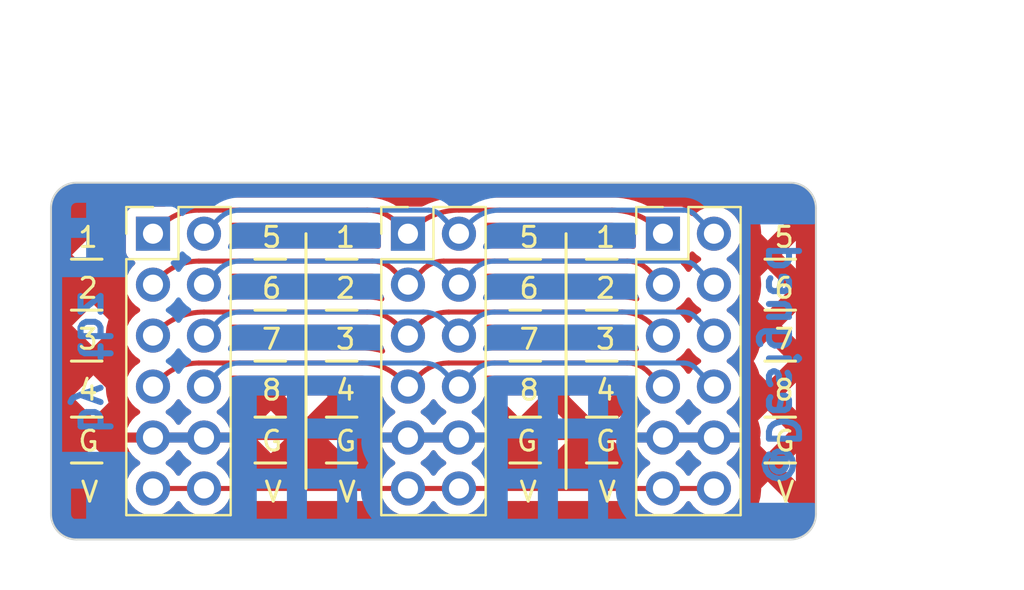
<source format=kicad_pcb>
(kicad_pcb (version 20221018) (generator pcbnew)
  (layers (0 "F.Cu" signal) (31 "B.Cu" signal) (34 "B.Paste" user) (35 "F.Paste" user) (36 "B.SilkS" user "B.Silkscreen") (37 "F.SilkS" user "F.Silkscreen") (38 "B.Mask" user) (39 "F.Mask" user) (44 "Edge.Cuts" user))
  (net 0 "")
  (net 1 "/gpio_debug/IO1")
  (net 2 "/gpio_debug/IO2")
  (net 3 "/gpio_debug/IO3")
  (net 4 "/gpio_debug/IO4")
  (net 5 "/gpio_debug/GND")
  (net 6 "/gpio_debug/VCC")
  (net 7 "/gpio_debug/IO5")
  (net 8 "/gpio_debug/IO6")
  (net 9 "/gpio_debug/IO7")
  (net 10 "/gpio_debug/IO8")
  (footprint "my_connector:PMOD-HOST" (layer "F.Cu") (at 115.57 67.31)
    (fp_text reference "J1" hide)
    (fp_text value "Conn_02x06_Top_Bottom" hide)
    (fp_line (start -2.6 -7.68) (end -2.6 -6.35) (stroke (width 0.12)) (layer "F.SilkS"))
    (fp_line (start -2.6 -5.08) (end -2.6 7.68) (stroke (width 0.12)) (layer "F.SilkS"))
    (fp_line (start -1.27 -7.68) (end -2.6 -7.68) (stroke (width 0.12)) (layer "F.SilkS"))
    (fp_line (start 0 -7.68) (end 0 -5.08) (stroke (width 0.12)) (layer "F.SilkS"))
    (fp_line (start 0 -5.08) (end -2.6 -5.08) (stroke (width 0.12)) (layer "F.SilkS"))
    (fp_line (start 2.6 -7.68) (end 0 -7.68) (stroke (width 0.12)) (layer "F.SilkS"))
    (fp_line (start 2.6 -7.68) (end 2.6 7.68) (stroke (width 0.12)) (layer "F.SilkS"))
    (fp_line (start 2.6 7.68) (end -2.6 7.68) (stroke (width 0.12)) (layer "F.SilkS"))
    (pad "1" thru_hole rect (at -1.27 -6.35) (size 1.7 1.7) (drill 1) (layers "*.Cu" "*.Mask") (net 1 "/gpio_debug/IO1"))
    (pad "2" thru_hole oval (at -1.27 -3.81) (size 1.7 1.7) (drill 1) (layers "*.Cu" "*.Mask") (net 2 "/gpio_debug/IO2"))
    (pad "3" thru_hole oval (at -1.27 -1.27) (size 1.7 1.7) (drill 1) (layers "*.Cu" "*.Mask") (net 3 "/gpio_debug/IO3"))
    (pad "4" thru_hole oval (at -1.27 1.27) (size 1.7 1.7) (drill 1) (layers "*.Cu" "*.Mask") (net 4 "/gpio_debug/IO4"))
    (pad "5" thru_hole oval (at -1.27 3.81) (size 1.7 1.7) (drill 1) (layers "*.Cu" "*.Mask") (net 5 "/gpio_debug/GND"))
    (pad "6" thru_hole oval (at -1.27 6.35) (size 1.7 1.7) (drill 1) (layers "*.Cu" "*.Mask") (net 6 "/gpio_debug/VCC"))
    (pad "7" thru_hole oval (at 1.27 -6.35) (size 1.7 1.7) (drill 1) (layers "*.Cu" "*.Mask") (net 7 "/gpio_debug/IO5"))
    (pad "8" thru_hole oval (at 1.27 -3.81) (size 1.7 1.7) (drill 1) (layers "*.Cu" "*.Mask") (net 8 "/gpio_debug/IO6"))
    (pad "9" thru_hole oval (at 1.27 -1.27 180) (size 1.7 1.7) (drill 1) (layers "*.Cu" "*.Mask") (net 9 "/gpio_debug/IO7"))
    (pad "10" thru_hole oval (at 1.27 1.27) (size 1.7 1.7) (drill 1) (layers "*.Cu" "*.Mask") (net 10 "/gpio_debug/IO8"))
    (pad "11" thru_hole oval (at 1.27 3.81) (size 1.7 1.7) (drill 1) (layers "*.Cu" "*.Mask") (net 5 "/gpio_debug/GND"))
    (pad "12" thru_hole oval (at 1.27 6.35) (size 1.7 1.7) (drill 1) (layers "*.Cu" "*.Mask") (net 6 "/gpio_debug/VCC"))
  )
  (footprint "my_connector:PMOD-HOST" (layer "F.Cu") (at 90.17 67.31)
    (fp_text reference "J3" hide)
    (fp_text value "Conn_02x06_Top_Bottom" hide)
    (fp_line (start -2.6 -7.68) (end -2.6 -6.35) (stroke (width 0.12)) (layer "F.SilkS"))
    (fp_line (start -2.6 -5.08) (end -2.6 7.68) (stroke (width 0.12)) (layer "F.SilkS"))
    (fp_line (start -1.27 -7.68) (end -2.6 -7.68) (stroke (width 0.12)) (layer "F.SilkS"))
    (fp_line (start 0 -7.68) (end 0 -5.08) (stroke (width 0.12)) (layer "F.SilkS"))
    (fp_line (start 0 -5.08) (end -2.6 -5.08) (stroke (width 0.12)) (layer "F.SilkS"))
    (fp_line (start 2.6 -7.68) (end 0 -7.68) (stroke (width 0.12)) (layer "F.SilkS"))
    (fp_line (start 2.6 -7.68) (end 2.6 7.68) (stroke (width 0.12)) (layer "F.SilkS"))
    (fp_line (start 2.6 7.68) (end -2.6 7.68) (stroke (width 0.12)) (layer "F.SilkS"))
    (pad "1" thru_hole rect (at -1.27 -6.35) (size 1.7 1.7) (drill 1) (layers "*.Cu" "*.Mask") (net 1 "/gpio_debug/IO1"))
    (pad "2" thru_hole oval (at -1.27 -3.81) (size 1.7 1.7) (drill 1) (layers "*.Cu" "*.Mask") (net 2 "/gpio_debug/IO2"))
    (pad "3" thru_hole oval (at -1.27 -1.27) (size 1.7 1.7) (drill 1) (layers "*.Cu" "*.Mask") (net 3 "/gpio_debug/IO3"))
    (pad "4" thru_hole oval (at -1.27 1.27) (size 1.7 1.7) (drill 1) (layers "*.Cu" "*.Mask") (net 4 "/gpio_debug/IO4"))
    (pad "5" thru_hole oval (at -1.27 3.81) (size 1.7 1.7) (drill 1) (layers "*.Cu" "*.Mask") (net 5 "/gpio_debug/GND"))
    (pad "6" thru_hole oval (at -1.27 6.35) (size 1.7 1.7) (drill 1) (layers "*.Cu" "*.Mask") (net 6 "/gpio_debug/VCC"))
    (pad "7" thru_hole oval (at 1.27 -6.35) (size 1.7 1.7) (drill 1) (layers "*.Cu" "*.Mask") (net 7 "/gpio_debug/IO5"))
    (pad "8" thru_hole oval (at 1.27 -3.81) (size 1.7 1.7) (drill 1) (layers "*.Cu" "*.Mask") (net 8 "/gpio_debug/IO6"))
    (pad "9" thru_hole oval (at 1.27 -1.27 180) (size 1.7 1.7) (drill 1) (layers "*.Cu" "*.Mask") (net 9 "/gpio_debug/IO7"))
    (pad "10" thru_hole oval (at 1.27 1.27) (size 1.7 1.7) (drill 1) (layers "*.Cu" "*.Mask") (net 10 "/gpio_debug/IO8"))
    (pad "11" thru_hole oval (at 1.27 3.81) (size 1.7 1.7) (drill 1) (layers "*.Cu" "*.Mask") (net 5 "/gpio_debug/GND"))
    (pad "12" thru_hole oval (at 1.27 6.35) (size 1.7 1.7) (drill 1) (layers "*.Cu" "*.Mask") (net 6 "/gpio_debug/VCC"))
  )
  (footprint "my_connector:PMOD-HOST" (layer "F.Cu") (at 102.87 67.31)
    (fp_text reference "J2" hide)
    (fp_text value "Conn_02x06_Top_Bottom" hide)
    (fp_line (start -2.6 -7.68) (end -2.6 -6.35) (stroke (width 0.12)) (layer "F.SilkS"))
    (fp_line (start -2.6 -5.08) (end -2.6 7.68) (stroke (width 0.12)) (layer "F.SilkS"))
    (fp_line (start -1.27 -7.68) (end -2.6 -7.68) (stroke (width 0.12)) (layer "F.SilkS"))
    (fp_line (start 0 -7.68) (end 0 -5.08) (stroke (width 0.12)) (layer "F.SilkS"))
    (fp_line (start 0 -5.08) (end -2.6 -5.08) (stroke (width 0.12)) (layer "F.SilkS"))
    (fp_line (start 2.6 -7.68) (end 0 -7.68) (stroke (width 0.12)) (layer "F.SilkS"))
    (fp_line (start 2.6 -7.68) (end 2.6 7.68) (stroke (width 0.12)) (layer "F.SilkS"))
    (fp_line (start 2.6 7.68) (end -2.6 7.68) (stroke (width 0.12)) (layer "F.SilkS"))
    (pad "1" thru_hole rect (at -1.27 -6.35) (size 1.7 1.7) (drill 1) (layers "*.Cu" "*.Mask") (net 1 "/gpio_debug/IO1"))
    (pad "2" thru_hole oval (at -1.27 -3.81) (size 1.7 1.7) (drill 1) (layers "*.Cu" "*.Mask") (net 2 "/gpio_debug/IO2"))
    (pad "3" thru_hole oval (at -1.27 -1.27) (size 1.7 1.7) (drill 1) (layers "*.Cu" "*.Mask") (net 3 "/gpio_debug/IO3"))
    (pad "4" thru_hole oval (at -1.27 1.27) (size 1.7 1.7) (drill 1) (layers "*.Cu" "*.Mask") (net 4 "/gpio_debug/IO4"))
    (pad "5" thru_hole oval (at -1.27 3.81) (size 1.7 1.7) (drill 1) (layers "*.Cu" "*.Mask") (net 5 "/gpio_debug/GND"))
    (pad "6" thru_hole oval (at -1.27 6.35) (size 1.7 1.7) (drill 1) (layers "*.Cu" "*.Mask") (net 6 "/gpio_debug/VCC"))
    (pad "7" thru_hole oval (at 1.27 -6.35) (size 1.7 1.7) (drill 1) (layers "*.Cu" "*.Mask") (net 7 "/gpio_debug/IO5"))
    (pad "8" thru_hole oval (at 1.27 -3.81) (size 1.7 1.7) (drill 1) (layers "*.Cu" "*.Mask") (net 8 "/gpio_debug/IO6"))
    (pad "9" thru_hole oval (at 1.27 -1.27 180) (size 1.7 1.7) (drill 1) (layers "*.Cu" "*.Mask") (net 9 "/gpio_debug/IO7"))
    (pad "10" thru_hole oval (at 1.27 1.27) (size 1.7 1.7) (drill 1) (layers "*.Cu" "*.Mask") (net 10 "/gpio_debug/IO8"))
    (pad "11" thru_hole oval (at 1.27 3.81) (size 1.7 1.7) (drill 1) (layers "*.Cu" "*.Mask") (net 5 "/gpio_debug/GND"))
    (pad "12" thru_hole oval (at 1.27 6.35) (size 1.7 1.7) (drill 1) (layers "*.Cu" "*.Mask") (net 6 "/gpio_debug/VCC"))
  )
  (gr_line (start 84.836 62.23) (end 86.36 62.23) (stroke (width 0.15)) (layer "F.SilkS"))
  (gr_line (start 84.836 67.31) (end 86.36 67.31) (stroke (width 0.15)) (layer "F.SilkS"))
  (gr_line (start 84.836 70.104) (end 86.36 70.104) (stroke (width 0.15)) (layer "F.SilkS"))
  (gr_line (start 119.38 67.31) (end 120.904 67.31) (stroke (width 0.15)) (layer "F.SilkS"))
  (gr_line (start 106.68 67.31) (end 108.204 67.31) (stroke (width 0.15)) (layer "F.SilkS"))
  (gr_line (start 97.536 62.23) (end 99.06 62.23) (stroke (width 0.15)) (layer "F.SilkS"))
  (gr_line (start 97.536 64.77) (end 99.06 64.77) (stroke (width 0.15)) (layer "F.SilkS"))
  (gr_line (start 110.49 67.31) (end 112.014 67.31) (stroke (width 0.15)) (layer "F.SilkS"))
  (gr_line (start 110.49 70.104) (end 112.014 70.104) (stroke (width 0.15)) (layer "F.SilkS"))
  (gr_line (start 119.38 72.39) (end 120.904 72.39) (stroke (width 0.15)) (layer "F.SilkS"))
  (gr_line (start 119.38 64.77) (end 120.904 64.77) (stroke (width 0.15)) (layer "F.SilkS"))
  (gr_line (start 96.52 60.96) (end 96.52 73.66) (stroke (width 0.15)) (layer "F.SilkS"))
  (gr_line (start 97.536 72.39) (end 99.06 72.39) (stroke (width 0.15)) (layer "F.SilkS"))
  (gr_line (start 93.98 70.104) (end 95.504 70.104) (stroke (width 0.15)) (layer "F.SilkS"))
  (gr_line (start 97.536 70.104) (end 99.06 70.104) (stroke (width 0.15)) (layer "F.SilkS"))
  (gr_line (start 106.68 72.39) (end 108.204 72.39) (stroke (width 0.15)) (layer "F.SilkS"))
  (gr_line (start 93.98 64.77) (end 95.504 64.77) (stroke (width 0.15)) (layer "F.SilkS"))
  (gr_line (start 119.38 70.104) (end 120.904 70.104) (stroke (width 0.15)) (layer "F.SilkS"))
  (gr_line (start 106.68 70.104) (end 108.204 70.104) (stroke (width 0.15)) (layer "F.SilkS"))
  (gr_line (start 93.98 62.23) (end 95.504 62.23) (stroke (width 0.15)) (layer "F.SilkS"))
  (gr_line (start 119.38 62.23) (end 120.904 62.23) (stroke (width 0.15)) (layer "F.SilkS"))
  (gr_line (start 106.68 62.23) (end 108.204 62.23) (stroke (width 0.15)) (layer "F.SilkS"))
  (gr_line (start 110.49 72.39) (end 112.014 72.39) (stroke (width 0.15)) (layer "F.SilkS"))
  (gr_line (start 84.836 72.39) (end 86.36 72.39) (stroke (width 0.15)) (layer "F.SilkS"))
  (gr_line (start 97.536 67.31) (end 99.06 67.31) (stroke (width 0.15)) (layer "F.SilkS"))
  (gr_line (start 106.68 64.77) (end 108.204 64.77) (stroke (width 0.15)) (layer "F.SilkS"))
  (gr_line (start 109.474 60.96) (end 109.474 73.66) (stroke (width 0.15)) (layer "F.SilkS"))
  (gr_line (start 93.98 67.31) (end 95.504 67.31) (stroke (width 0.15)) (layer "F.SilkS"))
  (gr_line (start 110.49 62.23) (end 112.014 62.23) (stroke (width 0.15)) (layer "F.SilkS"))
  (gr_line (start 84.836 64.77) (end 86.36 64.77) (stroke (width 0.15)) (layer "F.SilkS"))
  (gr_line (start 93.98 72.39) (end 95.504 72.39) (stroke (width 0.15)) (layer "F.SilkS"))
  (gr_line (start 110.49 64.77) (end 112.014 64.77) (stroke (width 0.15)) (layer "F.SilkS"))
  (gr_arc (start 85.09 76.2) (mid 84.191974 75.828026) (end 83.82 74.93) (stroke (width 0.1)) (layer "Edge.Cuts"))
  (gr_line (start 83.82 59.69) (end 83.82 74.93) (stroke (width 0.1)) (layer "Edge.Cuts"))
  (gr_line (start 120.65 76.2) (end 85.09 76.2) (stroke (width 0.1)) (layer "Edge.Cuts"))
  (gr_line (start 120.65 58.42) (end 85.09 58.42) (stroke (width 0.1)) (layer "Edge.Cuts"))
  (gr_arc (start 121.92 74.93) (mid 121.548026 75.828026) (end 120.65 76.2) (stroke (width 0.1)) (layer "Edge.Cuts"))
  (gr_line (start 121.92 59.69) (end 121.92 74.93) (stroke (width 0.1)) (layer "Edge.Cuts"))
  (gr_arc (start 120.65 58.42) (mid 121.548026 58.791974) (end 121.92 59.69) (stroke (width 0.1)) (layer "Edge.Cuts"))
  (gr_arc (start 83.82 59.69) (mid 84.191974 58.791974) (end 85.09 58.42) (stroke (width 0.1)) (layer "Edge.Cuts"))
  (gr_text "@Designed" (at 119.38 73.66 -90) (layer "B.Cu") (effects (font (size 1.5 1.5) (thickness 0.3) bold) (justify left bottom mirror)))
  (gr_text "by tbz" (at 85.09 71.12 -90) (layer "B.Cu") (effects (font (size 1.5 1.5) (thickness 0.3) bold) (justify left bottom mirror)))
  (gr_text "4" (at 110.871 69.342) (layer "F.SilkS") (effects (font (size 1 1)) (justify left bottom)))
  (gr_text "V" (at 85.217 74.422) (layer "F.SilkS") (effects (font (size 1 1)) (justify left bottom)))
  (gr_text "8" (at 119.761 69.342) (layer "F.SilkS") (effects (font (size 1 1)) (justify left bottom)))
  (gr_text "G" (at 119.761 71.882) (layer "F.SilkS") (effects (font (size 1 1)) (justify left bottom)))
  (gr_text "V" (at 94.361 74.422) (layer "F.SilkS") (effects (font (size 1 1)) (justify left bottom)))
  (gr_text "G" (at 110.871 71.882) (layer "F.SilkS") (effects (font (size 1 1)) (justify left bottom)))
  (gr_text "2" (at 110.871 64.262) (layer "F.SilkS") (effects (font (size 1 1)) (justify left bottom)))
  (gr_text "3" (at 110.871 66.802) (layer "F.SilkS") (effects (font (size 1 1)) (justify left bottom)))
  (gr_text "G" (at 85.09 71.882) (layer "F.SilkS") (effects (font (size 1 1)) (justify left bottom)))
  (gr_text "4" (at 97.917 69.342) (layer "F.SilkS") (effects (font (size 1 1)) (justify left bottom)))
  (gr_text "3" (at 97.917 66.802) (layer "F.SilkS") (effects (font (size 1 1)) (justify left bottom)))
  (gr_text "2" (at 85.09 64.262) (layer "F.SilkS") (effects (font (size 1 1)) (justify left bottom)))
  (gr_text "G" (at 97.917 71.882) (layer "F.SilkS") (effects (font (size 1 1)) (justify left bottom)))
  (gr_text "3" (at 85.09 66.802) (layer "F.SilkS") (effects (font (size 1 1)) (justify left bottom)))
  (gr_text "5" (at 119.761 61.722) (layer "F.SilkS") (effects (font (size 1 1)) (justify left bottom)))
  (gr_text "8" (at 107.061 69.342) (layer "F.SilkS") (effects (font (size 1 1)) (justify left bottom)))
  (gr_text "4" (at 85.09 69.342) (layer "F.SilkS") (effects (font (size 1 1)) (justify left bottom)))
  (gr_text "1" (at 97.917 61.722) (layer "F.SilkS") (effects (font (size 1 1)) (justify left bottom)))
  (gr_text "G" (at 94.234 71.882) (layer "F.SilkS") (effects (font (size 1 1)) (justify left bottom)))
  (gr_text "7" (at 94.234 66.802) (layer "F.SilkS") (effects (font (size 1 1)) (justify left bottom)))
  (gr_text "8" (at 94.234 69.342) (layer "F.SilkS") (effects (font (size 1 1)) (justify left bottom)))
  (gr_text "2" (at 97.917 64.262) (layer "F.SilkS") (effects (font (size 1 1)) (justify left bottom)))
  (gr_text "V" (at 110.998 74.422) (layer "F.SilkS") (effects (font (size 1 1)) (justify left bottom)))
  (gr_text "G" (at 106.934 71.882) (layer "F.SilkS") (effects (font (size 1 1)) (justify left bottom)))
  (gr_text "6" (at 119.761 64.262) (layer "F.SilkS") (effects (font (size 1 1)) (justify left bottom)))
  (gr_text "V" (at 107.061 74.422) (layer "F.SilkS") (effects (font (size 1 1)) (justify left bottom)))
  (gr_text "1" (at 110.871 61.722) (layer "F.SilkS") (effects (font (size 1 1)) (justify left bottom)))
  (gr_text "5" (at 94.234 61.722) (layer "F.SilkS") (effects (font (size 1 1)) (justify left bottom)))
  (gr_text "5" (at 107.061 61.722) (layer "F.SilkS") (effects (font (size 1 1)) (justify left bottom)))
  (gr_text "6" (at 94.234 64.262) (layer "F.SilkS") (effects (font (size 1 1)) (justify left bottom)))
  (gr_text "V" (at 119.888 74.422) (layer "F.SilkS") (effects (font (size 1 1)) (justify left bottom)))
  (gr_text "6" (at 107.061 64.262) (layer "F.SilkS") (effects (font (size 1 1)) (justify left bottom)))
  (gr_text "7" (at 119.761 66.802) (layer "F.SilkS") (effects (font (size 1 1)) (justify left bottom)))
  (gr_text "1" (at 85.09 61.722) (layer "F.SilkS") (effects (font (size 1 1)) (justify left bottom)))
  (gr_text "7" (at 107.061 66.802) (layer "F.SilkS") (effects (font (size 1 1)) (justify left bottom)))
  (gr_text "V" (at 98.044 74.422) (layer "F.SilkS") (effects (font (size 1 1)) (justify left bottom)))
  (segment (start 114.3 60.96) (end 114.090201 60.750201) (width 0.25) (layer "F.Cu") (net 1))
  (segment (start 101.6 60.96) (end 101.809799 60.750201) (width 0.25) (layer "F.Cu") (net 1))
  (segment (start 104.14 59.785) (end 111.76 59.785) (width 0.25) (layer "F.Cu") (net 1))
  (segment (start 88.9 60.96) (end 89.289404 60.570596) (width 0.25) (layer "F.Cu") (net 1))
  (segment (start 101.6 60.96) (end 101.030991 60.390991) (width 0.25) (layer "F.Cu") (net 1))
  (segment (start 91.186 59.785) (end 99.568 59.785) (width 0.25) (layer "F.Cu") (net 1))
  (arc (start 114.090201 60.750201) (mid 113.021096 60.035848) (end 111.76 59.785) (width 0.25) (layer "F.Cu") (net 1))
  (arc (start 101.030991 60.390991) (mid 100.359766 59.942492) (end 99.568 59.785) (width 0.25) (layer "F.Cu") (net 1))
  (arc (start 101.809799 60.750201) (mid 102.878904 60.035848) (end 104.14 59.785) (width 0.25) (layer "F.Cu") (net 1))
  (arc (start 89.289404 60.570596) (mid 90.159569 59.98917) (end 91.186 59.785) (width 0.25) (layer "F.Cu") (net 1))
  (segment (start 88.9 63.5) (end 89.289404 63.110596) (width 0.25) (layer "F.Cu") (net 2))
  (segment (start 114.3 63.5) (end 113.551386 62.751386) (width 0.25) (layer "F.Cu") (net 2))
  (segment (start 101.6 63.5) (end 100.851386 62.751386) (width 0.25) (layer "F.Cu") (net 2))
  (segment (start 103.378 62.325) (end 112.522 62.325) (width 0.25) (layer "F.Cu") (net 2))
  (segment (start 101.6 63.5) (end 102.348614 62.751386) (width 0.25) (layer "F.Cu") (net 2))
  (segment (start 91.186 62.325) (end 99.822 62.325) (width 0.25) (layer "F.Cu") (net 2))
  (arc (start 100.851386 62.751386) (mid 100.3791 62.435814) (end 99.822 62.325) (width 0.25) (layer "F.Cu") (net 2))
  (arc (start 89.289404 63.110596) (mid 90.159569 62.52917) (end 91.186 62.325) (width 0.25) (layer "F.Cu") (net 2))
  (arc (start 102.348614 62.751386) (mid 102.8209 62.435815) (end 103.378 62.325) (width 0.25) (layer "F.Cu") (net 2))
  (arc (start 113.551386 62.751386) (mid 113.0791 62.435814) (end 112.522 62.325) (width 0.25) (layer "F.Cu") (net 2))
  (segment (start 88.9 66.04) (end 89.109799 65.830201) (width 0.25) (layer "F.Cu") (net 3))
  (segment (start 91.44 64.865) (end 99.568 64.865) (width 0.25) (layer "F.Cu") (net 3))
  (segment (start 101.6 66.04) (end 102.169009 65.470991) (width 0.25) (layer "F.Cu") (net 3))
  (segment (start 103.632 64.865) (end 112.268 64.865) (width 0.25) (layer "F.Cu") (net 3))
  (segment (start 114.3 66.04) (end 113.730991 65.470991) (width 0.25) (layer "F.Cu") (net 3))
  (segment (start 101.6 66.04) (end 101.030991 65.470991) (width 0.25) (layer "F.Cu") (net 3))
  (arc (start 101.030991 65.470991) (mid 100.359766 65.022492) (end 99.568 64.865) (width 0.25) (layer "F.Cu") (net 3))
  (arc (start 102.169009 65.470991) (mid 102.840235 65.022492) (end 103.632 64.865) (width 0.25) (layer "F.Cu") (net 3))
  (arc (start 89.109799 65.830201) (mid 90.178904 65.115848) (end 91.44 64.865) (width 0.25) (layer "F.Cu") (net 3))
  (arc (start 113.730991 65.470991) (mid 113.059766 65.022492) (end 112.268 64.865) (width 0.25) (layer "F.Cu") (net 3))
  (segment (start 88.9 68.58) (end 89.289404 68.190596) (width 0.25) (layer "F.Cu") (net 4))
  (segment (start 103.632 67.405) (end 112.522 67.405) (width 0.25) (layer "F.Cu") (net 4))
  (segment (start 114.3 68.58) (end 113.551386 67.831386) (width 0.25) (layer "F.Cu") (net 4))
  (segment (start 91.186 67.405) (end 99.314 67.405) (width 0.25) (layer "F.Cu") (net 4))
  (segment (start 101.6 68.58) (end 101.210596 68.190596) (width 0.25) (layer "F.Cu") (net 4))
  (segment (start 101.6 68.58) (end 102.169009 68.010991) (width 0.25) (layer "F.Cu") (net 4))
  (arc (start 101.210596 68.190596) (mid 100.340431 67.60917) (end 99.314 67.405) (width 0.25) (layer "F.Cu") (net 4))
  (arc (start 89.289404 68.190596) (mid 90.159569 67.60917) (end 91.186 67.405) (width 0.25) (layer "F.Cu") (net 4))
  (arc (start 113.551386 67.831386) (mid 113.0791 67.515814) (end 112.522 67.405) (width 0.25) (layer "F.Cu") (net 4))
  (arc (start 102.169009 68.010991) (mid 102.840235 67.562492) (end 103.632 67.405) (width 0.25) (layer "F.Cu") (net 4))
  (segment (start 88.9 71.12) (end 116.84 71.12) (width 0.25) (layer "F.Cu") (net 5))
  (segment (start 88.9 73.66) (end 116.84 73.66) (width 0.25) (layer "F.Cu") (net 6))
  (segment (start 93.218 59.785) (end 102.616 59.785) (width 0.25) (layer "B.Cu") (net 7))
  (segment (start 104.14 60.96) (end 104.709009 60.390991) (width 0.25) (layer "B.Cu") (net 7))
  (segment (start 116.84 60.96) (end 115.911781 60.031781) (width 0.25) (layer "B.Cu") (net 7))
  (segment (start 106.172 59.785) (end 115.316 59.785) (width 0.25) (layer "B.Cu") (net 7))
  (segment (start 91.44 60.96) (end 92.188614 60.211386) (width 0.25) (layer "B.Cu") (net 7))
  (segment (start 104.14 60.96) (end 103.211781 60.031781) (width 0.25) (layer "B.Cu") (net 7))
  (arc (start 104.709009 60.390991) (mid 105.380235 59.942492) (end 106.172 59.785) (width 0.25) (layer "B.Cu") (net 7))
  (arc (start 115.911781 60.031781) (mid 115.638435 59.849136) (end 115.316 59.785) (width 0.25) (layer "B.Cu") (net 7))
  (arc (start 103.211781 60.031781) (mid 102.938435 59.849136) (end 102.616 59.785) (width 0.25) (layer "B.Cu") (net 7))
  (arc (start 92.188614 60.211386) (mid 92.6609 59.895815) (end 93.218 59.785) (width 0.25) (layer "B.Cu") (net 7))
  (segment (start 104.14 63.5) (end 104.888614 62.751386) (width 0.25) (layer "B.Cu") (net 8))
  (segment (start 91.44 63.5) (end 92.188614 62.751386) (width 0.25) (layer "B.Cu") (net 8))
  (segment (start 116.84 63.5) (end 115.911781 62.571781) (width 0.25) (layer "B.Cu") (net 8))
  (segment (start 93.218 62.325) (end 102.362 62.325) (width 0.25) (layer "B.Cu") (net 8))
  (segment (start 105.918 62.325) (end 115.316 62.325) (width 0.25) (layer "B.Cu") (net 8))
  (segment (start 104.14 63.5) (end 103.391386 62.751386) (width 0.25) (layer "B.Cu") (net 8))
  (arc (start 103.391386 62.751386) (mid 102.9191 62.435814) (end 102.362 62.325) (width 0.25) (layer "B.Cu") (net 8))
  (arc (start 104.888614 62.751386) (mid 105.3609 62.435815) (end 105.918 62.325) (width 0.25) (layer "B.Cu") (net 8))
  (arc (start 115.911781 62.571781) (mid 115.638435 62.389136) (end 115.316 62.325) (width 0.25) (layer "B.Cu") (net 8))
  (arc (start 92.188614 62.751386) (mid 92.6609 62.435815) (end 93.218 62.325) (width 0.25) (layer "B.Cu") (net 8))
  (segment (start 91.44 66.04) (end 92.188614 65.291386) (width 0.25) (layer "B.Cu") (net 9))
  (segment (start 105.918 64.865) (end 115.316 64.865) (width 0.25) (layer "B.Cu") (net 9))
  (segment (start 104.14 66.04) (end 103.391386 65.291386) (width 0.25) (layer "B.Cu") (net 9))
  (segment (start 93.218 64.865) (end 102.362 64.865) (width 0.25) (layer "B.Cu") (net 9))
  (segment (start 104.14 66.04) (end 104.888614 65.291386) (width 0.25) (layer "B.Cu") (net 9))
  (segment (start 116.84 66.04) (end 115.911781 65.111781) (width 0.25) (layer "B.Cu") (net 9))
  (arc (start 103.391386 65.291386) (mid 102.9191 64.975814) (end 102.362 64.865) (width 0.25) (layer "B.Cu") (net 9))
  (arc (start 92.188614 65.291386) (mid 92.6609 64.975815) (end 93.218 64.865) (width 0.25) (layer "B.Cu") (net 9))
  (arc (start 115.911781 65.111781) (mid 115.638435 64.929136) (end 115.316 64.865) (width 0.25) (layer "B.Cu") (net 9))
  (arc (start 104.888614 65.291386) (mid 105.3609 64.975815) (end 105.918 64.865) (width 0.25) (layer "B.Cu") (net 9))
  (segment (start 93.218 67.405) (end 102.362 67.405) (width 0.25) (layer "B.Cu") (net 10))
  (segment (start 91.44 68.58) (end 92.188614 67.831386) (width 0.25) (layer "B.Cu") (net 10))
  (segment (start 104.14 68.58) (end 103.391386 67.831386) (width 0.25) (layer "B.Cu") (net 10))
  (segment (start 105.918 67.405) (end 115.316 67.405) (width 0.25) (layer "B.Cu") (net 10))
  (segment (start 104.14 68.58) (end 104.888614 67.831386) (width 0.25) (layer "B.Cu") (net 10))
  (segment (start 116.84 68.58) (end 115.911781 67.651781) (width 0.25) (layer "B.Cu") (net 10))
  (arc (start 92.188614 67.831386) (mid 92.6609 67.515815) (end 93.218 67.405) (width 0.25) (layer "B.Cu") (net 10))
  (arc (start 115.911781 67.651781) (mid 115.638435 67.469136) (end 115.316 67.405) (width 0.25) (layer "B.Cu") (net 10))
  (arc (start 104.888614 67.831386) (mid 105.3609 67.515815) (end 105.918 67.405) (width 0.25) (layer "B.Cu") (net 10))
  (arc (start 103.391386 67.831386) (mid 102.9191 67.515814) (end 102.362 67.405) (width 0.25) (layer "B.Cu") (net 10))
  (zone (net 5) (net_name "/gpio_debug/GND") (layer "F.Cu") (connect_pads (clearance 0.5)) (min_thickness 0.25) (fill yes (mode hatch) (thermal_gap 0.5) (thermal_bridge_width 0.5) (island_removal_mode 1) (island_area_min 10) (hatch_thickness 1) (hatch_gap 1.5) (hatch_orientation 45) (hatch_border_algorithm hatch_thickness) (hatch_min_hole_area 0.3))
    (polygon (pts (xy 81.28 55.88) (xy 124.46 55.88) (xy 124.46 78.74) (xy 81.28 78.74)))
  )
  (zone (net 5) (net_name "/gpio_debug/GND") (layer "B.Cu") (priority 1) (connect_pads (clearance 0.5)) (min_thickness 0.25) (fill yes (mode hatch) (thermal_gap 0.5) (thermal_bridge_width 0.5) (island_removal_mode 1) (island_area_min 10) (hatch_thickness 1) (hatch_gap 1.5) (hatch_orientation 0) (hatch_border_algorithm hatch_thickness) (hatch_min_hole_area 0.3))
    (polygon (pts (xy 124.46 55.88) (xy 124.46 78.74) (xy 81.28 78.74) (xy 81.28 55.88)))
  )
)
</source>
